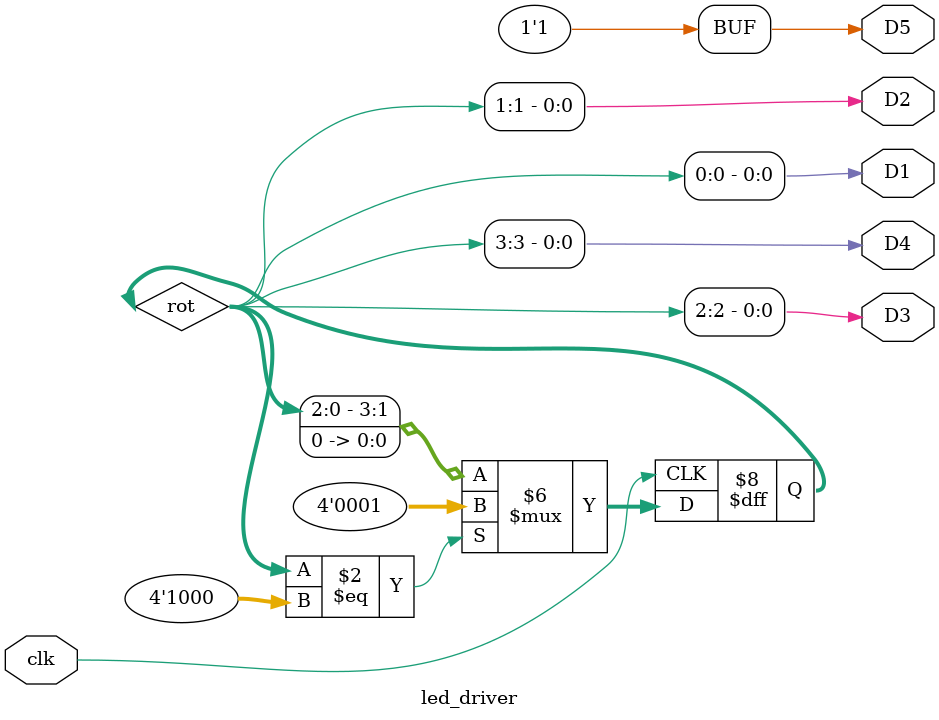
<source format=v>
module led_driver (input clk, output D1, output D2, output D3, output D4, output D5);
    reg [3:0] rot = 4'b0001;

    always @(posedge clk) begin
        if (rot == 4'b1000)
            rot <= 4'b0001;
        else
            rot <= rot << 1;
    end

    assign D1 = rot[0];
    assign D2 = rot[1];
    assign D3 = rot[2];
    assign D4 = rot[3];
    assign D5 = 1;
endmodule
</source>
